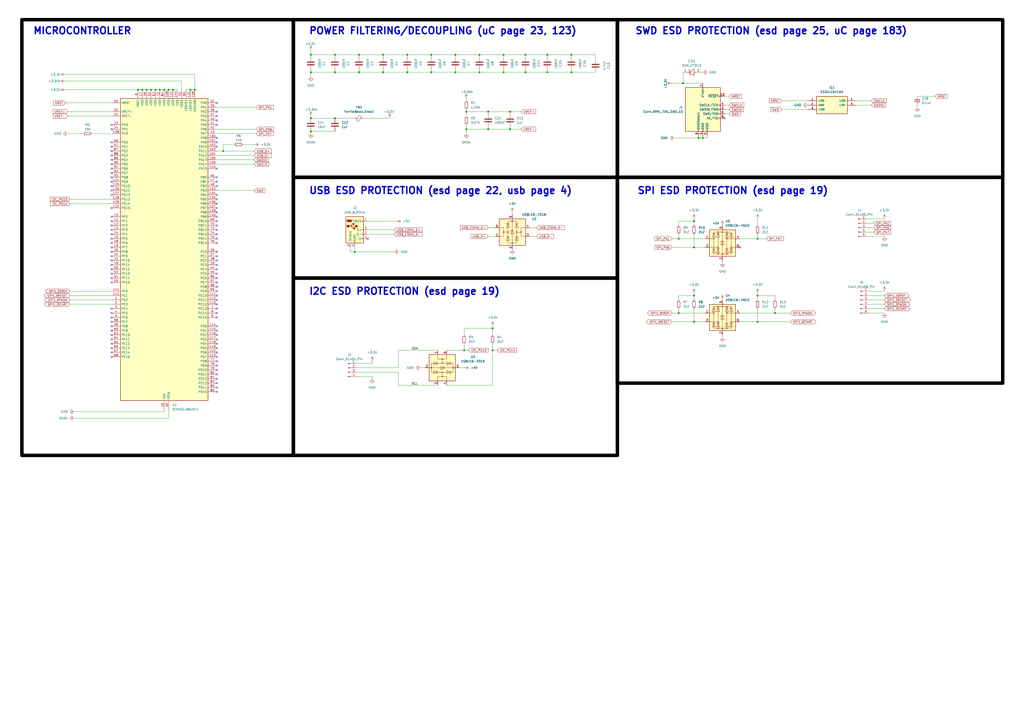
<source format=kicad_sch>
(kicad_sch (version 20230121) (generator eeschema)
  (paper "A2")
  (title_block (title "DREAM-C Prototype STM32"))
  (lib_symbols
    (symbol "2024-10-27_03-06-41:SMLVT3V3" (pin_names (offset 0.254))
      (property "Reference" "CR" (at 7.62 -5.08 0))
      (property "Value" "SMLVT3V3" (at -3.81 2.54 0))
      (symbol "SMLVT3V3_0_1"
        (pin unspecified line (at 0 0 0) (length 2.54) (name "") (number "1"))
        (pin unspecified line (at 10.16 0 180) (length 2.54) (name "") (number "2"))
      )
    )
    (symbol "Connector:Conn_01x04_Pin" (pin_names (offset 1.016) hide)
      (property "Reference" "J" (at 0 5.08 0))
      (property "Value" "Conn_01x04_Pin" (at 0 -7.62 0))
      (symbol "Conn_01x04_Pin_1_1"
        (pin passive line (at 5.08 2.54 180) (length 3.81) (name "Pin_1") (number "1"))
        (pin passive line (at 5.08 0 180) (length 3.81) (name "Pin_2") (number "2"))
        (pin passive line (at 5.08 -2.54 180) (length 3.81) (name "Pin_3") (number "3"))
        (pin passive line (at 5.08 -5.08 180) (length 3.81) (name "Pin_4") (number "4"))
      )
    )
    (symbol "Connector:Conn_01x05_Pin" (pin_names (offset 1.016) hide)
      (property "Reference" "J" (at 0 7.62 0))
      (property "Value" "Conn_01x05_Pin" (at 0 -7.62 0))
      (symbol "Conn_01x05_Pin_1_1"
        (pin passive line (at 5.08 5.08 180) (length 3.81) (name "Pin_1") (number "1"))
        (pin passive line (at 5.08 2.54 180) (length 3.81) (name "Pin_2") (number "2"))
        (pin passive line (at 5.08 0 180) (length 3.81) (name "Pin_3") (number "3"))
        (pin passive line (at 5.08 -2.54 180) (length 3.81) (name "Pin_4") (number "4"))
        (pin passive line (at 5.08 -5.08 180) (length 3.81) (name "Pin_5") (number "5"))
      )
    )
    (symbol "Connector:Conn_01x06_Pin" (pin_names (offset 1.016) hide)
      (property "Reference" "J" (at 0 7.62 0))
      (property "Value" "Conn_01x06_Pin" (at 0 -10.16 0))
      (symbol "Conn_01x06_Pin_1_1"
        (pin passive line (at 5.08 5.08 180) (length 3.81) (name "Pin_1") (number "1"))
        (pin passive line (at 5.08 2.54 180) (length 3.81) (name "Pin_2") (number "2"))
        (pin passive line (at 5.08 0 180) (length 3.81) (name "Pin_3") (number "3"))
        (pin passive line (at 5.08 -2.54 180) (length 3.81) (name "Pin_4") (number "4"))
        (pin passive line (at 5.08 -5.08 180) (length 3.81) (name "Pin_5") (number "5"))
        (pin passive line (at 5.08 -7.62 180) (length 3.81) (name "Pin_6") (number "6"))
      )
    )
    (symbol "Connector:Conn_ARM_JTAG_SWD_10" (pin_names (offset 1.016))
      (property "Reference" "J1" (at -11.43 1.27 0))
      (property "Value" "Conn_ARM_JTAG_SWD_10" (at -11.43 -1.27 0))
      (symbol "Conn_ARM_JTAG_SWD_10_1_1"
        (pin power_in line (at 0 15.24 270) (length 2.54) (name "VTref") (number "1"))
        (pin open_collector line (at 12.7 7.62 180) (length 2.54) (name "~{RESET}") (number "10"))
        (pin passive line (at 2.54 -15.24 90) (length 2.54) hide (name "GND") (number "12"))
        (pin bidirectional line (at 12.7 0 180) (length 2.54) (name "SWDIO/TMS") (number "2"))
        (pin power_in line (at 0 -15.24 90) (length 2.54) (name "GND") (number "3"))
        (pin output line (at 12.7 2.54 180) (length 2.54) (name "SWCLK/TCK") (number "4"))
        (pin passive line (at 0 -15.24 90) (length 2.54) hide (name "GND") (number "5"))
        (pin power_in line (at 2.54 -15.24 90) (length 2.54) (name "GND") (number "5"))
        (pin input line (at 12.7 -2.54 180) (length 2.54) (name "SWO/TDO") (number "6"))
        (pin no_connect line (at -10.16 0 0) (length 2.54) hide (name "KEY") (number "7"))
        (pin output line (at 12.7 -5.08 180) (length 2.54) (name "NC/TDI") (number "8"))
        (pin passive line (at -2.54 -15.24 90) (length 2.54) (name "GNDDetect") (number "9"))
      )
    )
    (symbol "Connector:USB_B_Micro" (pin_names (offset 1.016))
      (property "Reference" "J" (at -5.08 11.43 0))
      (property "Value" "USB_B_Micro" (at -5.08 8.89 0))
      (symbol "USB_B_Micro_1_1"
        (pin power_out line (at 7.62 5.08 180) (length 2.54) (name "VBUS") (number "1"))
        (pin bidirectional line (at 7.62 -2.54 180) (length 2.54) (name "D-") (number "2"))
        (pin bidirectional line (at 7.62 0 180) (length 2.54) (name "D+") (number "3"))
        (pin passive line (at 7.62 -5.08 180) (length 2.54) (name "ID") (number "4"))
        (pin power_out line (at 0 -10.16 90) (length 2.54) (name "GND") (number "5"))
        (pin passive line (at -2.54 -10.16 90) (length 2.54) (name "Shield") (number "6"))
      )
    )
    (symbol "Device:C" (pin_numbers hide) (pin_names (offset 0.254))
      (property "Reference" "C" (at 0.635 2.54 0))
      (property "Value" "C" (at 0.635 -2.54 0))
      (symbol "C_1_1"
        (pin passive line (at 0 3.81 270) (length 2.794) (name "~") (number "1"))
        (pin passive line (at 0 -3.81 90) (length 2.794) (name "~") (number "2"))
      )
    )
    (symbol "Device:C_Small" (pin_numbers hide) (pin_names (offset 0.254) hide)
      (property "Reference" "C" (at 0.254 1.778 0))
      (property "Value" "C_Small" (at 0.254 -2.032 0))
      (symbol "C_Small_1_1"
        (pin passive line (at 0 2.54 270) (length 2.032) (name "~") (number "1"))
        (pin passive line (at 0 -2.54 90) (length 2.032) (name "~") (number "2"))
      )
    )
    (symbol "Device:FerriteBead_Small" (pin_numbers hide) (pin_names (offset 0))
      (property "Reference" "FB" (at 1.905 1.27 0))
      (property "Value" "FerriteBead_Small" (at 1.905 -1.27 0))
      (symbol "FerriteBead_Small_1_1"
        (pin passive line (at 0 2.54 270) (length 1.27) (name "~") (number "1"))
        (pin passive line (at 0 -2.54 90) (length 1.27) (name "~") (number "2"))
      )
    )
    (symbol "Device:R_Small" (pin_numbers hide) (pin_names (offset 0.254) hide)
      (property "Reference" "R" (at 0.762 0.508 0))
      (property "Value" "R_Small" (at 0.762 -1.016 0))
      (symbol "R_Small_1_1"
        (pin passive line (at 0 2.54 270) (length 0.762) (name "~") (number "1"))
        (pin passive line (at 0 -2.54 90) (length 0.762) (name "~") (number "2"))
      )
    )
    (symbol "ESDALC6V1W5:ESDALC6V1W5" (pin_names (offset 1.016))
      (property "Reference" "IC" (at 24.13 7.62 0))
      (property "Value" "ESDALC6V1W5" (at 24.13 5.08 0))
      (symbol "ESDALC6V1W5_0_0"
        (pin bidirectional line (at 0 0 0) (length 5.08) (name "I/01") (number "1"))
        (pin bidirectional line (at 0 -2.54 0) (length 5.08) (name "GND") (number "2"))
        (pin bidirectional line (at 0 -5.08 0) (length 5.08) (name "I/02") (number "3"))
        (pin bidirectional line (at 27.94 0 180) (length 5.08) (name "I/03") (number "4"))
        (pin bidirectional line (at 27.94 -2.54 180) (length 5.08) (name "I/04") (number "5"))
      )
    )
    (symbol "MCU_ST_STM32L4:STM32L496ZGTx"
      (property "Reference" "U" (at -25.4 90.17 0))
      (property "Value" "STM32L496ZGTx" (at 20.32 90.17 0))
      (symbol "STM32L496ZGTx_1_1"
        (pin bidirectional line (at -30.48 -27.94 0) (length 5.08) (name "PE2") (number "1"))
        (pin bidirectional line (at -30.48 20.32 0) (length 5.08) (name "PF0") (number "10"))
        (pin bidirectional line (at 30.48 66.04 180) (length 5.08) (name "PA8") (number "100"))
        (pin bidirectional line (at 30.48 63.5 180) (length 5.08) (name "PA9") (number "101"))
        (pin bidirectional line (at 30.48 60.96 180) (length 5.08) (name "PA10") (number "102"))
        (pin bidirectional line (at 30.48 58.42 180) (length 5.08) (name "PA11") (number "103"))
        (pin bidirectional line (at 30.48 55.88 180) (length 5.08) (name "PA12") (number "104"))
        (pin bidirectional line (at 30.48 53.34 180) (length 5.08) (name "PA13") (number "105"))
        (pin power_in line (at 17.78 93.98 270) (length 5.08) (name "VDDUSB") (number "106"))
        (pin passive line (at 0 -91.44 90) (length 5.08) hide (name "VSS") (number "107"))
        (pin power_in line (at 2.54 93.98 270) (length 5.08) (name "VDD") (number "108"))
        (pin bidirectional line (at 30.48 50.8 180) (length 5.08) (name "PA14") (number "109"))
        (pin bidirectional line (at -30.48 17.78 0) (length 5.08) (name "PF1") (number "11"))
        (pin bidirectional line (at 30.48 48.26 180) (length 5.08) (name "PA15") (number "110"))
        (pin bidirectional line (at 30.48 -25.4 180) (length 5.08) (name "PC10") (number "111"))
        (pin bidirectional line (at 30.48 -27.94 180) (length 5.08) (name "PC11") (number "112"))
        (pin bidirectional line (at 30.48 -30.48 180) (length 5.08) (name "PC12") (number "113"))
        (pin bidirectional line (at 30.48 -43.18 180) (length 5.08) (name "PD0") (number "114"))
        (pin bidirectional line (at 30.48 -45.72 180) (length 5.08) (name "PD1") (number "115"))
        (pin bidirectional line (at 30.48 -48.26 180) (length 5.08) (name "PD2") (number "116"))
        (pin bidirectional line (at 30.48 -50.8 180) (length 5.08) (name "PD3") (number "117"))
        (pin bidirectional line (at 30.48 -53.34 180) (length 5.08) (name "PD4") (number "118"))
        (pin bidirectional line (at 30.48 -55.88 180) (length 5.08) (name "PD5") (number "119"))
        (pin bidirectional line (at -30.48 15.24 0) (length 5.08) (name "PF2") (number "12"))
        (pin passive line (at 0 -91.44 90) (length 5.08) hide (name "VSS") (number "120"))
        (pin power_in line (at 5.08 93.98 270) (length 5.08) (name "VDD") (number "121"))
        (pin bidirectional line (at 30.48 -58.42 180) (length 5.08) (name "PD6") (number "122"))
        (pin bidirectional line (at 30.48 -60.96 180) (length 5.08) (name "PD7") (number "123"))
        (pin bidirectional line (at -30.48 40.64 0) (length 5.08) (name "PG9") (number "124"))
        (pin bidirectional line (at -30.48 38.1 0) (length 5.08) (name "PG10") (number "125"))
        (pin bidirectional line (at -30.48 35.56 0) (length 5.08) (name "PG11") (number "126"))
        (pin bidirectional line (at -30.48 33.02 0) (length 5.08) (name "PG12") (number "127"))
        (pin bidirectional line (at -30.48 30.48 0) (length 5.08) (name "PG13") (number "128"))
        (pin bidirectional line (at -30.48 27.94 0) (length 5.08) (name "PG14") (number "129"))
        (pin bidirectional line (at -30.48 12.7 0) (length 5.08) (name "PF3") (number "13"))
        (pin passive line (at 0 -91.44 90) (length 5.08) hide (name "VSS") (number "130"))
        (pin power_in line (at 15.24 93.98 270) (length 5.08) (name "VDDIO2") (number "131"))
        (pin bidirectional line (at -30.48 25.4 0) (length 5.08) (name "PG15") (number "132"))
        (pin bidirectional line (at 30.48 35.56 180) (length 5.08) (name "PB3") (number "133"))
        (pin bidirectional line (at 30.48 33.02 180) (length 5.08) (name "PB4") (number "134"))
        (pin bidirectional line (at 30.48 30.48 180) (length 5.08) (name "PB5") (number "135"))
        (pin bidirectional line (at 30.48 27.94 180) (length 5.08) (name "PB6") (number "136"))
        (pin bidirectional line (at 30.48 25.4 180) (length 5.08) (name "PB7") (number "137"))
        (pin bidirectional line (at -30.48 68.58 0) (length 5.08) (name "PH3") (number "138"))
        (pin bidirectional line (at 30.48 22.86 180) (length 5.08) (name "PB8") (number "139"))
        (pin bidirectional line (at -30.48 10.16 0) (length 5.08) (name "PF4") (number "14"))
        (pin bidirectional line (at 30.48 20.32 180) (length 5.08) (name "PB9") (number "140"))
        (pin bidirectional line (at -30.48 -22.86 0) (length 5.08) (name "PE0") (number "141"))
        (pin bidirectional line (at -30.48 -25.4 0) (length 5.08) (name "PE1") (number "142"))
        (pin passive line (at 0 -91.44 90) (length 5.08) hide (name "VSS") (number "143"))
        (pin power_in line (at 7.62 93.98 270) (length 5.08) (name "VDD") (number "144"))
        (pin bidirectional line (at -30.48 7.62 0) (length 5.08) (name "PF5") (number "15"))
        (pin power_in line (at 0 -91.44 90) (length 5.08) (name "VSS") (number "16"))
        (pin power_in line (at -12.7 93.98 270) (length 5.08) (name "VDD") (number "17"))
        (pin bidirectional line (at -30.48 5.08 0) (length 5.08) (name "PF6") (number "18"))
        (pin bidirectional line (at -30.48 2.54 0) (length 5.08) (name "PF7") (number "19"))
        (pin bidirectional line (at -30.48 -30.48 0) (length 5.08) (name "PE3") (number "2"))
        (pin bidirectional line (at -30.48 0 0) (length 5.08) (name "PF8") (number "20"))
        (pin bidirectional line (at -30.48 -2.54 0) (length 5.08) (name "PF9") (number "21"))
        (pin bidirectional line (at -30.48 -5.08 0) (length 5.08) (name "PF10") (number "22"))
        (pin bidirectional line (at -30.48 73.66 0) (length 5.08) (name "PH0") (number "23"))
        (pin bidirectional line (at -30.48 71.12 0) (length 5.08) (name "PH1") (number "24"))
        (pin input line (at -30.48 86.36 0) (length 5.08) (name "NRST") (number "25"))
        (pin bidirectional line (at 30.48 0 180) (length 5.08) (name "PC0") (number "26"))
        (pin bidirectional line (at 30.48 -2.54 180) (length 5.08) (name "PC1") (number "27"))
        (pin bidirectional line (at 30.48 -5.08 180) (length 5.08) (name "PC2") (number "28"))
        (pin bidirectional line (at 30.48 -7.62 180) (length 5.08) (name "PC3") (number "29"))
        (pin bidirectional line (at -30.48 -33.02 0) (length 5.08) (name "PE4") (number "3"))
        (pin power_in line (at 2.54 -91.44 90) (length 5.08) (name "VSSA") (number "30"))
        (pin input line (at -30.48 78.74 0) (length 5.08) (name "VREF-") (number "31"))
        (pin input line (at -30.48 81.28 0) (length 5.08) (name "VREF+") (number "32"))
        (pin power_in line (at 10.16 93.98 270) (length 5.08) (name "VDDA") (number "33"))
        (pin bidirectional line (at 30.48 86.36 180) (length 5.08) (name "PA0") (number "34"))
        (pin bidirectional line (at 30.48 83.82 180) (length 5.08) (name "PA1") (number "35"))
        (pin bidirectional line (at 30.48 81.28 180) (length 5.08) (name "PA2") (number "36"))
        (pin bidirectional line (at 30.48 78.74 180) (length 5.08) (name "PA3") (number "37"))
        (pin passive line (at 0 -91.44 90) (length 5.08) hide (name "VSS") (number "38"))
        (pin power_in line (at -10.16 93.98 270) (length 5.08) (name "VDD") (number "39"))
        (pin bidirectional line (at -30.48 -35.56 0) (length 5.08) (name "PE5") (number "4"))
        (pin bidirectional line (at 30.48 76.2 180) (length 5.08) (name "PA4") (number "40"))
        (pin bidirectional line (at 30.48 73.66 180) (length 5.08) (name "PA5") (number "41"))
        (pin bidirectional line (at 30.48 71.12 180) (length 5.08) (name "PA6") (number "42"))
        (pin bidirectional line (at 30.48 68.58 180) (length 5.08) (name "PA7") (number "43"))
        (pin bidirectional line (at 30.48 -10.16 180) (length 5.08) (name "PC4") (number "44"))
        (pin bidirectional line (at 30.48 -12.7 180) (length 5.08) (name "PC5") (number "45"))
        (pin bidirectional line (at 30.48 43.18 180) (length 5.08) (name "PB0") (number "46"))
        (pin bidirectional line (at 30.48 40.64 180) (length 5.08) (name "PB1") (number "47"))
        (pin bidirectional line (at 30.48 38.1 180) (length 5.08) (name "PB2") (number "48"))
        (pin bidirectional line (at -30.48 -7.62 0) (length 5.08) (name "PF11") (number "49"))
        (pin bidirectional line (at -30.48 -38.1 0) (length 5.08) (name "PE6") (number "5"))
        (pin bidirectional line (at -30.48 -10.16 0) (length 5.08) (name "PF12") (number "50"))
        (pin passive line (at 0 -91.44 90) (length 5.08) hide (name "VSS") (number "51"))
        (pin power_in line (at -7.62 93.98 270) (length 5.08) (name "VDD") (number "52"))
        (pin bidirectional line (at -30.48 -12.7 0) (length 5.08) (name "PF13") (number "53"))
        (pin bidirectional line (at -30.48 -15.24 0) (length 5.08) (name "PF14") (number "54"))
        (pin bidirectional line (at -30.48 -17.78 0) (length 5.08) (name "PF15") (number "55"))
        (pin bidirectional line (at -30.48 63.5 0) (length 5.08) (name "PG0") (number "56"))
        (pin bidirectional line (at -30.48 60.96 0) (length 5.08) (name "PG1") (number "57"))
        (pin bidirectional line (at -30.48 -40.64 0) (length 5.08) (name "PE7") (number "58"))
        (pin bidirectional line (at -30.48 -43.18 0) (length 5.08) (name "PE8") (number "59"))
        (pin power_in line (at -15.24 93.98 270) (length 5.08) (name "VBAT") (number "6"))
        (pin bidirectional line (at -30.48 -45.72 0) (length 5.08) (name "PE9") (number "60"))
        (pin passive line (at 0 -91.44 90) (length 5.08) hide (name "VSS") (number "61"))
        (pin power_in line (at -5.08 93.98 270) (length 5.08) (name "VDD") (number "62"))
        (pin bidirectional line (at -30.48 -48.26 0) (length 5.08) (name "PE10") (number "63"))
        (pin bidirectional line (at -30.48 -50.8 0) (length 5.08) (name "PE11") (number "64"))
        (pin bidirectional line (at -30.48 -53.34 0) (length 5.08) (name "PE12") (number "65"))
        (pin bidirectional line (at -30.48 -55.88 0) (length 5.08) (name "PE13") (number "66"))
        (pin bidirectional line (at -30.48 -58.42 0) (length 5.08) (name "PE14") (number "67"))
        (pin bidirectional line (at -30.48 -60.96 0) (length 5.08) (name "PE15") (number "68"))
        (pin bidirectional line (at 30.48 17.78 180) (length 5.08) (name "PB10") (number "69"))
        (pin bidirectional line (at 30.48 -33.02 180) (length 5.08) (name "PC13") (number "7"))
        (pin bidirectional line (at 30.48 15.24 180) (length 5.08) (name "PB11") (number "70"))
        (pin passive line (at 0 -91.44 90) (length 5.08) hide (name "VSS") (number "71"))
        (pin power_in line (at -2.54 93.98 270) (length 5.08) (name "VDD") (number "72"))
        (pin bidirectional line (at 30.48 12.7 180) (length 5.08) (name "PB12") (number "73"))
        (pin bidirectional line (at 30.48 10.16 180) (length 5.08) (name "PB13") (number "74"))
        (pin bidirectional line (at 30.48 7.62 180) (length 5.08) (name "PB14") (number "75"))
        (pin bidirectional line (at 30.48 5.08 180) (length 5.08) (name "PB15") (number "76"))
        (pin bidirectional line (at 30.48 -63.5 180) (length 5.08) (name "PD8") (number "77"))
        (pin bidirectional line (at 30.48 -66.04 180) (length 5.08) (name "PD9") (number "78"))
        (pin bidirectional line (at 30.48 -68.58 180) (length 5.08) (name "PD10") (number "79"))
        (pin bidirectional line (at 30.48 -35.56 180) (length 5.08) (name "PC14") (number "8"))
        (pin bidirectional line (at 30.48 -71.12 180) (length 5.08) (name "PD11") (number "80"))
        (pin bidirectional line (at 30.48 -73.66 180) (length 5.08) (name "PD12") (number "81"))
        (pin bidirectional line (at 30.48 -76.2 180) (length 5.08) (name "PD13") (number "82"))
        (pin passive line (at 0 -91.44 90) (length 5.08) hide (name "VSS") (number "83"))
        (pin power_in line (at 0 93.98 270) (length 5.08) (name "VDD") (number "84"))
        (pin bidirectional line (at 30.48 -78.74 180) (length 5.08) (name "PD14") (number "85"))
        (pin bidirectional line (at 30.48 -81.28 180) (length 5.08) (name "PD15") (number "86"))
        (pin bidirectional line (at -30.48 58.42 0) (length 5.08) (name "PG2") (number "87"))
        (pin bidirectional line (at -30.48 55.88 0) (length 5.08) (name "PG3") (number "88"))
        (pin bidirectional line (at -30.48 53.34 0) (length 5.08) (name "PG4") (number "89"))
        (pin bidirectional line (at 30.48 -38.1 180) (length 5.08) (name "PC15") (number "9"))
        (pin bidirectional line (at -30.48 50.8 0) (length 5.08) (name "PG5") (number "90"))
        (pin bidirectional line (at -30.48 48.26 0) (length 5.08) (name "PG6") (number "91"))
        (pin bidirectional line (at -30.48 45.72 0) (length 5.08) (name "PG7") (number "92"))
        (pin bidirectional line (at -30.48 43.18 0) (length 5.08) (name "PG8") (number "93"))
        (pin passive line (at 0 -91.44 90) (length 5.08) hide (name "VSS") (number "94"))
        (pin power_in line (at 12.7 93.98 270) (length 5.08) (name "VDDIO2") (number "95"))
        (pin bidirectional line (at 30.48 -15.24 180) (length 5.08) (name "PC6") (number "96"))
        (pin bidirectional line (at 30.48 -17.78 180) (length 5.08) (name "PC7") (number "97"))
        (pin bidirectional line (at 30.48 -20.32 180) (length 5.08) (name "PC8") (number "98"))
        (pin bidirectional line (at 30.48 -22.86 180) (length 5.08) (name "PC9") (number "99"))
      )
    )
    (symbol "Power_Protection:USBLC6-2SC6" (pin_names hide)
      (property "Reference" "U" (at 2.54 8.89 0))
      (property "Value" "USBLC6-2SC6" (at 2.54 -8.89 0))
      (symbol "USBLC6-2SC6_1_1"
        (pin passive line (at -10.16 -2.54 0) (length 2.54) (name "I/O1") (number "1"))
        (pin passive line (at 0 -10.16 90) (length 2.54) (name "GND") (number "2"))
        (pin passive line (at 10.16 -2.54 180) (length 2.54) (name "I/O2") (number "3"))
        (pin passive line (at 10.16 2.54 180) (length 2.54) (name "I/O2") (number "4"))
        (pin passive line (at 0 10.16 270) (length 2.54) (name "VBUS") (number "5"))
        (pin passive line (at -10.16 2.54 0) (length 2.54) (name "I/O1") (number "6"))
      )
    )
    (symbol "Power_Protection:USBLC6-4SC6" (pin_names hide)
      (property "Reference" "U" (at 2.54 8.89 0))
      (property "Value" "USBLC6-4SC6" (at 2.54 -8.89 0))
      (symbol "USBLC6-4SC6_1_1"
        (pin passive line (at -10.16 2.54 0) (length 2.54) (name "I/O1") (number "1"))
        (pin passive line (at 0 -10.16 90) (length 2.54) (name "GND") (number "2"))
        (pin passive line (at -10.16 -2.54 0) (length 2.54) (name "I/O2") (number "3"))
        (pin passive line (at 10.16 2.54 180) (length 2.54) (name "I/O3") (number "4"))
        (pin passive line (at 0 10.16 270) (length 2.54) (name "VBUS") (number "5"))
        (pin passive line (at 10.16 -2.54 180) (length 2.54) (name "I/O4") (number "6"))
      )
    )
    (symbol "power:+3.3V" (power) (pin_names (offset 0))
      (property "Value" "+3.3V" (at 0 3.556 0))
      (symbol "+3.3V_1_1"
        (pin power_in line (at 0 0 90) (length 0) hide (name "+3.3V") (number "1"))
      )
    )
    (symbol "power:+3.3VA" (power) (pin_names (offset 0))
      (property "Value" "+3.3VA" (at 0 3.556 0))
      (symbol "+3.3VA_1_1"
        (pin power_in line (at 0 0 90) (length 0) hide (name "+3.3VA") (number "1"))
      )
    )
    (symbol "power:+5V" (power) (pin_names (offset 0))
      (property "Value" "+5V" (at 0 3.556 0))
      (symbol "+5V_1_1"
        (pin power_in line (at 0 0 90) (length 0) hide (name "+5V") (number "1"))
      )
    )
    (symbol "power:GND" (power) (pin_names (offset 0))
      (property "Value" "GND" (at 0 -3.81 0))
      (symbol "GND_1_1"
        (pin power_in line (at 0 0 270) (length 0) hide (name "GND") (number "1"))
      )
    )
    (symbol "power:GNDA" (power) (pin_names (offset 0))
      (property "Value" "GNDA" (at 0 -3.81 0))
      (symbol "GNDA_1_1"
        (pin power_in line (at 0 0 270) (length 0) hide (name "GNDA") (number "1"))
      )
    )
  )
  (junction (at 396.24 48.26))
  (junction (at 180.34 41.91))
  (junction (at 222.25 41.91))
  (junction (at 331.47 41.91))
  (junction (at 402.59 186.69))
  (junction (at 439.42 138.43))
  (junction (at 250.19 31.75))
  (junction (at 264.16 31.75))
  (junction (at 317.5 41.91))
  (junction (at 292.1 31.75))
  (junction (at 407.67 80.01))
  (junction (at 205.74 146.05))
  (junction (at 292.1 41.91))
  (junction (at 283.21 74.93))
  (junction (at 402.59 143.51))
  (junction (at 278.13 31.75))
  (junction (at 295.91 74.93))
  (junction (at 194.31 41.91))
  (junction (at 278.13 41.91))
  (junction (at 439.42 171.45))
  (junction (at 85.09 52.07))
  (junction (at 180.34 68.58))
  (junction (at 180.34 31.75))
  (junction (at 250.19 41.91))
  (junction (at 113.03 52.07))
  (junction (at 402.59 171.45))
  (junction (at 92.71 52.07))
  (junction (at 208.28 41.91))
  (junction (at 194.31 68.58))
  (junction (at 208.28 31.75))
  (junction (at 393.7 181.61))
  (junction (at 449.58 181.61))
  (junction (at 180.34 76.2))
  (junction (at 285.75 190.5))
  (junction (at 80.01 52.07))
  (junction (at 304.8 41.91))
  (junction (at 285.75 203.2))
  (junction (at 402.59 128.27))
  (junction (at 97.79 52.07))
  (junction (at 393.7 138.43))
  (junction (at 100.33 52.07))
  (junction (at 264.16 41.91))
  (junction (at 331.47 31.75))
  (junction (at 236.22 31.75))
  (junction (at 82.55 52.07))
  (junction (at 95.25 52.07))
  (junction (at 87.63 52.07))
  (junction (at 269.24 203.2))
  (junction (at 283.21 64.77))
  (junction (at 304.8 31.75))
  (junction (at 90.17 52.07))
  (junction (at 236.22 41.91))
  (junction (at 270.51 74.93))
  (junction (at 110.49 52.07))
  (junction (at 194.31 31.75))
  (junction (at 129.54 87.63))
  (junction (at 439.42 186.69))
  (junction (at 317.5 31.75))
  (junction (at 295.91 64.77))
  (junction (at 222.25 31.75))
  (junction (at 405.13 80.01))
  (junction (at 270.51 64.77))
  (no_connect (at 125.73 201.93))
  (no_connect (at 213.36 138.43))
  (no_connect (at 64.77 120.65))
  (no_connect (at 64.77 158.75))
  (no_connect (at 125.73 173.99))
  (no_connect (at 125.73 189.23))
  (no_connect (at 64.77 82.55))
  (no_connect (at 125.73 196.85))
  (no_connect (at 64.77 146.05))
  (no_connect (at 64.77 161.29))
  (no_connect (at 125.73 191.77))
  (no_connect (at 64.77 74.93))
  (no_connect (at 125.73 59.69))
  (no_connect (at 125.73 176.53))
  (no_connect (at 125.73 209.55))
  (no_connect (at 125.73 97.79))
  (no_connect (at 64.77 95.25))
  (no_connect (at 64.77 143.51))
  (no_connect (at 125.73 85.09))
  (no_connect (at 64.77 194.31))
  (no_connect (at 64.77 191.77))
  (no_connect (at 125.73 219.71))
  (no_connect (at 125.73 80.01))
  (no_connect (at 125.73 128.27))
  (no_connect (at 64.77 72.39))
  (no_connect (at 125.73 64.77))
  (no_connect (at 125.73 171.45))
  (no_connect (at 125.73 214.63))
  (no_connect (at 64.77 179.07))
  (no_connect (at 125.73 151.13))
  (no_connect (at 125.73 72.39))
  (no_connect (at 64.77 189.23))
  (no_connect (at 64.77 199.39))
  (no_connect (at 64.77 196.85))
  (no_connect (at 125.73 102.87))
  (no_connect (at 125.73 146.05))
  (no_connect (at 125.73 181.61))
  (no_connect (at 64.77 105.41))
  (no_connect (at 64.77 151.13))
  (no_connect (at 125.73 212.09))
  (no_connect (at 125.73 82.55))
  (no_connect (at 125.73 135.89))
  (no_connect (at 64.77 133.35))
  (no_connect (at 64.77 163.83))
  (no_connect (at 125.73 125.73))
  (no_connect (at 420.37 68.58))
  (no_connect (at 125.73 161.29))
  (no_connect (at 125.73 217.17))
  (no_connect (at 125.73 107.95))
  (no_connect (at 125.73 140.97))
  (no_connect (at 125.73 123.19))
  (no_connect (at 125.73 156.21))
  (no_connect (at 64.77 125.73))
  (no_connect (at 64.77 201.93))
  (no_connect (at 64.77 135.89))
  (no_connect (at 125.73 184.15))
  (no_connect (at 64.77 128.27))
  (no_connect (at 64.77 186.69))
  (no_connect (at 64.77 113.03))
  (no_connect (at 125.73 115.57))
  (no_connect (at 64.77 204.47))
  (no_connect (at 125.73 194.31))
  (no_connect (at 64.77 156.21))
  (no_connect (at 125.73 168.91))
  (no_connect (at 125.73 113.03))
  (no_connect (at 125.73 67.31))
  (no_connect (at 125.73 120.65))
  (no_connect (at 125.73 153.67))
  (no_connect (at 125.73 163.83))
  (no_connect (at 125.73 133.35))
  (no_connect (at 125.73 158.75))
  (no_connect (at 125.73 130.81))
  (no_connect (at 125.73 227.33))
  (no_connect (at 125.73 224.79))
  (no_connect (at 125.73 204.47))
  (no_connect (at 64.77 87.63))
  (no_connect (at 64.77 90.17))
  (no_connect (at 64.77 102.87))
  (no_connect (at 64.77 110.49))
  (no_connect (at 125.73 207.01))
  (no_connect (at 125.73 199.39))
  (no_connect (at 125.73 166.37))
  (no_connect (at 64.77 148.59))
  (no_connect (at 64.77 100.33))
  (no_connect (at 64.77 130.81))
  (no_connect (at 125.73 148.59))
  (no_connect (at 64.77 85.09))
  (no_connect (at 125.73 138.43))
  (no_connect (at 64.77 140.97))
  (no_connect (at 64.77 181.61))
  (no_connect (at 125.73 222.25))
  (no_connect (at 125.73 69.85))
  (no_connect (at 64.77 138.43))
  (no_connect (at 429.26 143.51))
  (no_connect (at 64.77 92.71))
  (no_connect (at 64.77 107.95))
  (no_connect (at 64.77 153.67))
  (no_connect (at 64.77 207.01))
  (no_connect (at 125.73 105.41))
  (no_connect (at 125.73 179.07))
  (no_connect (at 64.77 184.15))
  (no_connect (at 125.73 118.11))
  (no_connect (at 64.77 97.79))
  (wire (pts (xy 97.79 52.07) (xy 100.33 52.07)))
  (wire (pts (xy 304.8 33.02) (xy 304.8 31.75)))
  (wire (pts (xy 40.64 173.99) (xy 64.77 173.99)))
  (wire (pts (xy 292.1 41.91) (xy 304.8 41.91)))
  (wire (pts (xy 148.59 74.93) (xy 125.73 74.93)))
  (wire (pts (xy 215.9 210.82) (xy 207.01 210.82)))
  (wire (pts (xy 270.51 74.93) (xy 270.51 77.47)))
  (wire (pts (xy 269.24 213.36) (xy 266.7 213.36)))
  (wire (pts (xy 405.13 78.74) (xy 405.13 80.01)))
  (wire (pts (xy 285.75 190.5) (xy 285.75 194.31)))
  (wire (pts (xy 513.08 127) (xy 502.92 127)))
  (wire (pts (xy 39.37 67.31) (xy 64.77 67.31)))
  (wire (pts (xy 506.73 129.54) (xy 502.92 129.54)))
  (wire (pts (xy 396.24 41.91) (xy 396.24 48.26)))
  (wire (pts (xy 389.89 186.69) (xy 402.59 186.69)))
  (wire (pts (xy 295.91 64.77) (xy 283.21 64.77)))
  (wire (pts (xy 264.16 41.91) (xy 278.13 41.91)))
  (wire (pts (xy 513.08 137.16) (xy 502.92 137.16)))
  (wire (pts (xy 295.91 66.04) (xy 295.91 64.77)))
  (wire (pts (xy 402.59 170.18) (xy 402.59 171.45)))
  (wire (pts (xy 231.14 223.52) (xy 254 223.52)))
  (wire (pts (xy 331.47 41.91) (xy 345.44 41.91)))
  (wire (pts (xy 402.59 171.45) (xy 402.59 173.99)))
  (wire (pts (xy 222.25 33.02) (xy 222.25 31.75)))
  (wire (pts (xy 269.24 190.5) (xy 285.75 190.5)))
  (wire (pts (xy 295.91 74.93) (xy 283.21 74.93)))
  (wire (pts (xy 331.47 33.02) (xy 331.47 31.75)))
  (wire (pts (xy 97.79 242.57) (xy 97.79 237.49)))
  (wire (pts (xy 393.7 138.43) (xy 408.94 138.43)))
  (wire (pts (xy 439.42 170.18) (xy 439.42 171.45)))
  (wire (pts (xy 410.21 78.74) (xy 410.21 80.01)))
  (wire (pts (xy 389.89 138.43) (xy 393.7 138.43)))
  (wire (pts (xy 407.67 80.01) (xy 407.67 78.74)))
  (wire (pts (xy 215.9 209.55) (xy 215.9 210.82)))
  (wire (pts (xy 43.18 242.57) (xy 97.79 242.57)))
  (wire (pts (xy 532.13 62.23) (xy 532.13 60.96)))
  (wire (pts (xy 496.57 58.42) (xy 505.46 58.42)))
  (wire (pts (xy 278.13 33.02) (xy 278.13 31.75)))
  (wire (pts (xy 285.75 203.2) (xy 285.75 199.39)))
  (wire (pts (xy 449.58 173.99) (xy 449.58 171.45)))
  (wire (pts (xy 283.21 137.16) (xy 287.02 137.16)))
  (wire (pts (xy 439.42 171.45) (xy 439.42 173.99)))
  (wire (pts (xy 278.13 40.64) (xy 278.13 41.91)))
  (wire (pts (xy 402.59 135.89) (xy 402.59 143.51)))
  (wire (pts (xy 304.8 41.91) (xy 317.5 41.91)))
  (wire (pts (xy 393.7 130.81) (xy 393.7 128.27)))
  (wire (pts (xy 38.1 43.18) (xy 113.03 43.18)))
  (wire (pts (xy 513.08 168.91) (xy 504.19 168.91)))
  (wire (pts (xy 208.28 33.02) (xy 208.28 31.75)))
  (wire (pts (xy 311.15 137.16) (xy 307.34 137.16)))
  (wire (pts (xy 496.57 60.96) (xy 505.46 60.96)))
  (wire (pts (xy 422.91 55.88) (xy 420.37 55.88)))
  (wire (pts (xy 422.91 60.96) (xy 420.37 60.96)))
  (wire (pts (xy 396.24 48.26) (xy 407.67 48.26)))
  (wire (pts (xy 259.08 223.52) (xy 285.75 223.52)))
  (wire (pts (xy 39.37 64.77) (xy 64.77 64.77)))
  (wire (pts (xy 180.34 29.21) (xy 180.34 31.75)))
  (wire (pts (xy 458.47 186.69) (xy 439.42 186.69)))
  (wire (pts (xy 393.7 135.89) (xy 393.7 138.43)))
  (wire (pts (xy 205.74 146.05) (xy 205.74 143.51)))
  (wire (pts (xy 147.32 83.82) (xy 140.97 83.82)))
  (wire (pts (xy 180.34 41.91) (xy 194.31 41.91)))
  (wire (pts (xy 148.59 77.47) (xy 125.73 77.47)))
  (wire (pts (xy 429.26 181.61) (xy 449.58 181.61)))
  (wire (pts (xy 180.34 68.58) (xy 194.31 68.58)))
  (wire (pts (xy 419.1 152.4) (xy 419.1 151.13)))
  (wire (pts (xy 213.36 128.27) (xy 229.87 128.27)))
  (wire (pts (xy 180.34 40.64) (xy 180.34 41.91)))
  (wire (pts (xy 194.31 41.91) (xy 208.28 41.91)))
  (wire (pts (xy 231.14 213.36) (xy 231.14 203.2)))
  (wire (pts (xy 458.47 181.61) (xy 449.58 181.61)))
  (wire (pts (xy 278.13 31.75) (xy 292.1 31.75)))
  (wire (pts (xy 264.16 31.75) (xy 278.13 31.75)))
  (wire (pts (xy 129.54 87.63) (xy 125.73 87.63)))
  (wire (pts (xy 40.64 118.11) (xy 64.77 118.11)))
  (wire (pts (xy 203.2 143.51) (xy 203.2 146.05)))
  (wire (pts (xy 393.7 171.45) (xy 402.59 171.45)))
  (wire (pts (xy 311.15 132.08) (xy 307.34 132.08)))
  (wire (pts (xy 194.31 33.02) (xy 194.31 31.75)))
  (wire (pts (xy 40.64 176.53) (xy 64.77 176.53)))
  (wire (pts (xy 194.31 31.75) (xy 208.28 31.75)))
  (wire (pts (xy 402.59 128.27) (xy 402.59 130.81)))
  (wire (pts (xy 270.51 57.15) (xy 270.51 58.42)))
  (wire (pts (xy 513.08 173.99) (xy 504.19 173.99)))
  (wire (pts (xy 208.28 31.75) (xy 222.25 31.75)))
  (wire (pts (xy 194.31 68.58) (xy 205.74 68.58)))
  (wire (pts (xy 285.75 223.52) (xy 285.75 203.2)))
  (wire (pts (xy 292.1 40.64) (xy 292.1 41.91)))
  (wire (pts (xy 203.2 146.05) (xy 205.74 146.05)))
  (wire (pts (xy 180.34 67.31) (xy 180.34 68.58)))
  (wire (pts (xy 85.09 52.07) (xy 87.63 52.07)))
  (wire (pts (xy 243.84 213.36) (xy 246.38 213.36)))
  (wire (pts (xy 236.22 33.02) (xy 236.22 31.75)))
  (wire (pts (xy 95.25 52.07) (xy 97.79 52.07)))
  (wire (pts (xy 405.13 80.01) (xy 407.67 80.01)))
  (wire (pts (xy 393.7 181.61) (xy 408.94 181.61)))
  (wire (pts (xy 453.39 58.42) (xy 468.63 58.42)))
  (wire (pts (xy 317.5 40.64) (xy 317.5 41.91)))
  (wire (pts (xy 419.1 195.58) (xy 419.1 194.31)))
  (wire (pts (xy 222.25 31.75) (xy 236.22 31.75)))
  (wire (pts (xy 180.34 76.2) (xy 194.31 76.2)))
  (wire (pts (xy 100.33 52.07) (xy 102.87 52.07)))
  (wire (pts (xy 532.13 55.88) (xy 542.29 55.88)))
  (wire (pts (xy 283.21 74.93) (xy 270.51 74.93)))
  (wire (pts (xy 250.19 40.64) (xy 250.19 41.91)))
  (wire (pts (xy 304.8 40.64) (xy 304.8 41.91)))
  (wire (pts (xy 236.22 41.91) (xy 250.19 41.91)))
  (wire (pts (xy 439.42 186.69) (xy 429.26 186.69)))
  (wire (pts (xy 331.47 40.64) (xy 331.47 41.91)))
  (wire (pts (xy 264.16 33.02) (xy 264.16 31.75)))
  (wire (pts (xy 147.32 92.71) (xy 125.73 92.71)))
  (wire (pts (xy 389.89 48.26) (xy 396.24 48.26)))
  (wire (pts (xy 331.47 31.75) (xy 345.44 31.75)))
  (wire (pts (xy 236.22 31.75) (xy 250.19 31.75)))
  (wire (pts (xy 270.51 64.77) (xy 270.51 67.31)))
  (wire (pts (xy 393.7 179.07) (xy 393.7 181.61)))
  (wire (pts (xy 222.25 41.91) (xy 236.22 41.91)))
  (wire (pts (xy 250.19 41.91) (xy 264.16 41.91)))
  (wire (pts (xy 439.42 179.07) (xy 439.42 186.69)))
  (wire (pts (xy 391.16 80.01) (xy 405.13 80.01)))
  (wire (pts (xy 180.34 44.45) (xy 180.34 41.91)))
  (wire (pts (xy 38.1 46.99) (xy 105.41 46.99)))
  (wire (pts (xy 292.1 33.02) (xy 292.1 31.75)))
  (wire (pts (xy 513.08 176.53) (xy 504.19 176.53)))
  (wire (pts (xy 283.21 132.08) (xy 287.02 132.08)))
  (wire (pts (xy 278.13 41.91) (xy 292.1 41.91)))
  (wire (pts (xy 231.14 215.9) (xy 231.14 223.52)))
  (wire (pts (xy 210.82 68.58) (xy 226.06 68.58)))
  (wire (pts (xy 147.32 87.63) (xy 129.54 87.63)))
  (wire (pts (xy 285.75 189.23) (xy 285.75 190.5)))
  (wire (pts (xy 43.18 238.76) (xy 95.25 238.76)))
  (wire (pts (xy 295.91 74.93) (xy 302.26 74.93)))
  (wire (pts (xy 95.25 238.76) (xy 95.25 237.49)))
  (wire (pts (xy 38.1 59.69) (xy 64.77 59.69)))
  (wire (pts (xy 105.41 46.99) (xy 105.41 52.07)))
  (wire (pts (xy 389.89 181.61) (xy 393.7 181.61)))
  (wire (pts (xy 449.58 179.07) (xy 449.58 181.61)))
  (wire (pts (xy 40.64 171.45) (xy 64.77 171.45)))
  (wire (pts (xy 207.01 215.9) (xy 231.14 215.9)))
  (wire (pts (xy 40.64 168.91) (xy 64.77 168.91)))
  (wire (pts (xy 270.51 63.5) (xy 270.51 64.77)))
  (wire (pts (xy 439.42 138.43) (xy 429.26 138.43)))
  (wire (pts (xy 345.44 34.29) (xy 345.44 31.75)))
  (wire (pts (xy 250.19 31.75) (xy 264.16 31.75)))
  (wire (pts (xy 270.51 72.39) (xy 270.51 74.93)))
  (wire (pts (xy 39.37 77.47) (xy 48.26 77.47)))
  (wire (pts (xy 135.89 83.82) (xy 129.54 83.82)))
  (wire (pts (xy 506.73 132.08) (xy 502.92 132.08)))
  (wire (pts (xy 38.1 52.07) (xy 80.01 52.07)))
  (wire (pts (xy 180.34 31.75) (xy 194.31 31.75)))
  (wire (pts (xy 82.55 52.07) (xy 85.09 52.07)))
  (wire (pts (xy 513.08 171.45) (xy 504.19 171.45)))
  (wire (pts (xy 439.42 171.45) (xy 449.58 171.45)))
  (wire (pts (xy 283.21 73.66) (xy 283.21 74.93)))
  (wire (pts (xy 228.6 135.89) (xy 213.36 135.89)))
  (wire (pts (xy 208.28 40.64) (xy 208.28 41.91)))
  (wire (pts (xy 207.01 213.36) (xy 231.14 213.36)))
  (wire (pts (xy 422.91 66.04) (xy 420.37 66.04)))
  (wire (pts (xy 407.67 41.91) (xy 406.4 41.91)))
  (wire (pts (xy 402.59 143.51) (xy 408.94 143.51)))
  (wire (pts (xy 80.01 52.07) (xy 82.55 52.07)))
  (wire (pts (xy 393.7 173.99) (xy 393.7 171.45)))
  (wire (pts (xy 513.08 181.61) (xy 504.19 181.61)))
  (wire (pts (xy 513.08 179.07) (xy 504.19 179.07)))
  (wire (pts (xy 40.64 115.57) (xy 64.77 115.57)))
  (wire (pts (xy 107.95 52.07) (xy 110.49 52.07)))
  (wire (pts (xy 269.24 190.5) (xy 269.24 194.31)))
  (wire (pts (xy 295.91 73.66) (xy 295.91 74.93)))
  (wire (pts (xy 264.16 40.64) (xy 264.16 41.91)))
  (wire (pts (xy 506.73 134.62) (xy 502.92 134.62)))
  (wire (pts (xy 147.32 95.25) (xy 125.73 95.25)))
  (wire (pts (xy 402.59 127) (xy 402.59 128.27)))
  (wire (pts (xy 302.26 64.77) (xy 295.91 64.77)))
  (wire (pts (xy 129.54 83.82) (xy 129.54 87.63)))
  (wire (pts (xy 180.34 33.02) (xy 180.34 31.75)))
  (wire (pts (xy 207.01 218.44) (xy 215.9 218.44)))
  (wire (pts (xy 439.42 135.89) (xy 439.42 138.43)))
  (wire (pts (xy 304.8 31.75) (xy 317.5 31.75)))
  (wire (pts (xy 90.17 52.07) (xy 92.71 52.07)))
  (wire (pts (xy 180.34 77.47) (xy 180.34 76.2)))
  (wire (pts (xy 250.19 33.02) (xy 250.19 31.75)))
  (wire (pts (xy 422.91 63.5) (xy 420.37 63.5)))
  (wire (pts (xy 402.59 186.69) (xy 408.94 186.69)))
  (wire (pts (xy 113.03 43.18) (xy 113.03 52.07)))
  (wire (pts (xy 215.9 218.44) (xy 215.9 219.71)))
  (wire (pts (xy 283.21 64.77) (xy 270.51 64.77)))
  (wire (pts (xy 228.6 146.05) (xy 205.74 146.05)))
  (wire (pts (xy 231.14 203.2) (xy 254 203.2)))
  (wire (pts (xy 53.34 77.47) (xy 64.77 77.47)))
  (wire (pts (xy 228.6 133.35) (xy 213.36 133.35)))
  (wire (pts (xy 389.89 143.51) (xy 402.59 143.51)))
  (wire (pts (xy 283.21 66.04) (xy 283.21 64.77)))
  (wire (pts (xy 269.24 203.2) (xy 271.78 203.2)))
  (wire (pts (xy 147.32 110.49) (xy 125.73 110.49)))
  (wire (pts (xy 393.7 128.27) (xy 402.59 128.27)))
  (wire (pts (xy 453.39 63.5) (xy 468.63 63.5)))
  (wire (pts (xy 208.28 41.91) (xy 222.25 41.91)))
  (wire (pts (xy 92.71 52.07) (xy 95.25 52.07)))
  (wire (pts (xy 317.5 33.02) (xy 317.5 31.75)))
  (wire (pts (xy 317.5 41.91) (xy 331.47 41.91)))
  (wire (pts (xy 87.63 52.07) (xy 90.17 52.07)))
  (wire (pts (xy 410.21 80.01) (xy 407.67 80.01)))
  (wire (pts (xy 222.25 40.64) (xy 222.25 41.91)))
  (wire (pts (xy 297.18 123.19) (xy 297.18 124.46)))
  (wire (pts (xy 147.32 90.17) (xy 125.73 90.17)))
  (wire (pts (xy 317.5 31.75) (xy 331.47 31.75)))
  (wire (pts (xy 194.31 40.64) (xy 194.31 41.91)))
  (wire (pts (xy 148.59 62.23) (xy 125.73 62.23)))
  (wire (pts (xy 444.5 138.43) (xy 439.42 138.43)))
  (wire (pts (xy 236.22 40.64) (xy 236.22 41.91)))
  (wire (pts (xy 402.59 179.07) (xy 402.59 186.69)))
  (wire (pts (xy 439.42 127) (xy 439.42 130.81)))
  (wire (pts (xy 110.49 52.07) (xy 113.03 52.07)))
  (wire (pts (xy 269.24 203.2) (xy 269.24 199.39)))
  (wire (pts (xy 288.29 203.2) (xy 285.75 203.2)))
  (wire (pts (xy 292.1 31.75) (xy 304.8 31.75)))
  (wire (pts (xy 259.08 203.2) (xy 269.24 203.2)))
  (rectangle (start 170.18 11.43) (end 358.14 102.87) (stroke (width 2) (color 0 0 0 1)))
  (rectangle (start 170.18 102.87) (end 358.14 161.29) (stroke (width 2) (color 0 0 0 1)))
  (rectangle (start 170.18 161.29) (end 358.14 264.16) (stroke (width 2) (color 0 0 0 1)))
  (rectangle (start 358.14 102.87) (end 581.66 222.25) (stroke (width 2) (color 0 0 0 1)))
  (rectangle (start 358.14 11.43) (end 581.66 102.87) (stroke (width 2) (color 0 0 0 1)))
  (rectangle (start 12.7 11.43) (end 170.18 264.16) (stroke (width 2) (color 0 0 0 1)))
  (text "SWD ESD PROTECTION (esd page 25, uC page 183)\n" (at 368.3 20.32 0) (effects (font (size 4 4) (thickness 0.8) bold) (justify left bottom)))
  (text "USB ESD PROTECTION (esd page 22, usb page 4)\n" (at 179.07 113.03 0) (effects (font (size 4 4) (thickness 0.8) bold) (justify left bottom)))
  (text "POWER FILTERING/DECOUPLING (uC page 23, 123)" (at 179.07 20.32 0) (effects (font (size 4 4) (thickness 0.8) bold) (justify left bottom)))
  (text "SPI ESD PROTECTION (esd page 19)" (at 369.57 113.03 0) (effects (font (size 4 4) (thickness 0.8) bold) (justify left bottom)))
  (text "I2C ESD PROTECTION (esd page 19)" (at 179.07 171.45 0) (effects (font (size 4 4) (thickness 0.8) bold) (justify left bottom)))
  (text "MICROCONTROLLER" (at 19.05 20.32 0) (effects (font (size 4 4) (thickness 0.8) bold) (justify left bottom)))
  (label "SCL" (at 238.76 223.52 0))
  (label "SDA" (at 238.76 203.2 0))
  (global_label "I2C_PG14" (shape input) (at 40.64 118.11 180) (property "Intersheetrefs" "${INTERSHEET_REFS}" (effects hide)))
  (global_label "USB_CONN_D+" (shape input) (at 228.6 133.35 0) (property "Intersheetrefs" "${INTERSHEET_REFS}" (effects hide)))
  (global_label "VREF-" (shape input) (at 302.26 74.93 0) (property "Intersheetrefs" "${INTERSHEET_REFS}" (effects hide)))
  (global_label "I2C_PG13" (shape input) (at 271.78 203.2 0) (property "Intersheetrefs" "${INTERSHEET_REFS}" (effects hide)))
  (global_label "SPI1_!PWDN" (shape bidirectional) (at 40.64 173.99 180) (property "Intersheetrefs" "${INTERSHEET_REFS}" (effects hide)))
  (global_label "I2C_PG14" (shape input) (at 288.29 203.2 0) (property "Intersheetrefs" "${INTERSHEET_REFS}" (effects hide)))
  (global_label "I2C_PG13" (shape input) (at 40.64 115.57 180) (property "Intersheetrefs" "${INTERSHEET_REFS}" (effects hide)))
  (global_label "SPI_PA1" (shape input) (at 506.73 129.54 0) (property "Intersheetrefs" "${INTERSHEET_REFS}" (effects hide)))
  (global_label "NRST" (shape input) (at 542.29 55.88 0) (property "Intersheetrefs" "${INTERSHEET_REFS}" (effects hide)))
  (global_label "USB_D+" (shape input) (at 147.32 87.63 0) (property "Intersheetrefs" "${INTERSHEET_REFS}" (effects hide)))
  (global_label "SPI_PA1" (shape input) (at 389.89 138.43 180) (property "Intersheetrefs" "${INTERSHEET_REFS}" (effects hide)))
  (global_label "NRST" (shape input) (at 38.1 59.69 180) (property "Intersheetrefs" "${INTERSHEET_REFS}" (effects hide)))
  (global_label "SPI_PA7" (shape input) (at 148.59 77.47 0) (property "Intersheetrefs" "${INTERSHEET_REFS}" (effects hide)))
  (global_label "SPI_PA6" (shape input) (at 148.59 74.93 0) (property "Intersheetrefs" "${INTERSHEET_REFS}" (effects hide)))
  (global_label "SPI_PA7" (shape input) (at 444.5 138.43 0) (property "Intersheetrefs" "${INTERSHEET_REFS}" (effects hide)))
  (global_label "SWO" (shape input) (at 147.32 110.49 0) (property "Intersheetrefs" "${INTERSHEET_REFS}" (effects hide)))
  (global_label "SWCLK" (shape input) (at 147.32 95.25 0) (property "Intersheetrefs" "${INTERSHEET_REFS}" (effects hide)))
  (global_label "USB_CONN_D-" (shape input) (at 228.6 135.89 0) (property "Intersheetrefs" "${INTERSHEET_REFS}" (effects hide)))
  (global_label "VREF+" (shape input) (at 302.26 64.77 0) (property "Intersheetrefs" "${INTERSHEET_REFS}" (effects hide)))
  (global_label "SWDIO" (shape input) (at 505.46 60.96 0) (property "Intersheetrefs" "${INTERSHEET_REFS}" (effects hide)))
  (global_label "SWO" (shape input) (at 453.39 63.5 180) (property "Intersheetrefs" "${INTERSHEET_REFS}" (effects hide)))
  (global_label "SPI_PA7" (shape input) (at 506.73 134.62 0) (property "Intersheetrefs" "${INTERSHEET_REFS}" (effects hide)))
  (global_label "SPI1_!PWDN" (shape bidirectional) (at 458.47 181.61 0) (property "Intersheetrefs" "${INTERSHEET_REFS}" (effects hide)))
  (global_label "SPI_PA6" (shape input) (at 506.73 132.08 0) (property "Intersheetrefs" "${INTERSHEET_REFS}" (effects hide)))
  (global_label "SPI1_!RESET" (shape bidirectional) (at 389.89 186.69 180) (property "Intersheetrefs" "${INTERSHEET_REFS}" (effects hide)))
  (global_label "SPI1_!DRDY" (shape bidirectional) (at 40.64 168.91 180) (property "Intersheetrefs" "${INTERSHEET_REFS}" (effects hide)))
  (global_label "SPI1_!PWDN" (shape bidirectional) (at 513.08 176.53 0) (property "Intersheetrefs" "${INTERSHEET_REFS}" (effects hide)))
  (global_label "NRST" (shape input) (at 422.91 55.88 0) (property "Intersheetrefs" "${INTERSHEET_REFS}" (effects hide)))
  (global_label "USB_CONN_D+" (shape input) (at 283.21 132.08 180) (property "Intersheetrefs" "${INTERSHEET_REFS}" (effects hide)))
  (global_label "NRST" (shape input) (at 453.39 58.42 180) (property "Intersheetrefs" "${INTERSHEET_REFS}" (effects hide)))
  (global_label "SWCLK" (shape input) (at 505.46 58.42 0) (property "Intersheetrefs" "${INTERSHEET_REFS}" (effects hide)))
  (global_label "SWO" (shape input) (at 422.91 66.04 0) (property "Intersheetrefs" "${INTERSHEET_REFS}" (effects hide)))
  (global_label "SPI_PA6" (shape input) (at 389.89 143.51 180) (property "Intersheetrefs" "${INTERSHEET_REFS}" (effects hide)))
  (global_label "SWCLK" (shape input) (at 422.91 60.96 0) (property "Intersheetrefs" "${INTERSHEET_REFS}" (effects hide)))
  (global_label "SPI_PA1" (shape input) (at 148.59 62.23 0) (property "Intersheetrefs" "${INTERSHEET_REFS}" (effects hide)))
  (global_label "SPI1_!RESET" (shape bidirectional) (at 513.08 173.99 0) (property "Intersheetrefs" "${INTERSHEET_REFS}" (effects hide)))
  (global_label "SPI1_!DRDY" (shape bidirectional) (at 513.08 171.45 0) (property "Intersheetrefs" "${INTERSHEET_REFS}" (effects hide)))
  (global_label "USB_CONN_D-" (shape input) (at 311.15 132.08 0) (property "Intersheetrefs" "${INTERSHEET_REFS}" (effects hide)))
  (global_label "SWDIO" (shape input) (at 147.32 92.71 0) (property "Intersheetrefs" "${INTERSHEET_REFS}" (effects hide)))
  (global_label "SPI1_!START" (shape bidirectional) (at 40.64 176.53 180) (property "Intersheetrefs" "${INTERSHEET_REFS}" (effects hide)))
  (global_label "USB_D-" (shape input) (at 311.15 137.16 0) (property "Intersheetrefs" "${INTERSHEET_REFS}" (effects hide)))
  (global_label "VREF-" (shape input) (at 39.37 67.31 180) (property "Intersheetrefs" "${INTERSHEET_REFS}" (effects hide)))
  (global_label "USB_D+" (shape input) (at 283.21 137.16 180) (property "Intersheetrefs" "${INTERSHEET_REFS}" (effects hide)))
  (global_label "SPI1_!START" (shape bidirectional) (at 513.08 179.07 0) (property "Intersheetrefs" "${INTERSHEET_REFS}" (effects hide)))
  (global_label "SPI1_!START" (shape bidirectional) (at 458.47 186.69 0) (property "Intersheetrefs" "${INTERSHEET_REFS}" (effects hide)))
  (global_label "VREF+" (shape input) (at 39.37 64.77 180) (property "Intersheetrefs" "${INTERSHEET_REFS}" (effects hide)))
  (global_label "SWDIO" (shape input) (at 422.91 63.5 0) (property "Intersheetrefs" "${INTERSHEET_REFS}" (effects hide)))
  (global_label "SPI1_!DRDY" (shape bidirectional) (at 389.89 181.61 180) (property "Intersheetrefs" "${INTERSHEET_REFS}" (effects hide)))
  (global_label "USB_D-" (shape input) (at 147.32 90.17 0) (property "Intersheetrefs" "${INTERSHEET_REFS}" (effects hide)))
  (global_label "SPI1_!RESET" (shape bidirectional) (at 40.64 171.45 180) (property "Intersheetrefs" "${INTERSHEET_REFS}" (effects hide)))
  (symbol (lib_id "Connector:Conn_ARM_JTAG_SWD_10") (at 407.67 63.5 0) (unit 1)
    (property "Reference" "J1" (at 396.24 62.23 0) (effects (justify right)))
    (property "Value" "Conn_ARM_JTAG_SWD_10" (at 396.24 64.77 0) (effects (justify right)))
    (property "Datasheet" "http://infocenter.arm.com/help/topic/com.arm.doc.ddi0314h/DDI0314H_coresight_components_trm.pdf" (effects hide))
  )
  (symbol (lib_id "Device:C") (at 345.44 38.1 0) (unit 1)
    (property "Reference" "C10" (at 353.06 38.1 90))
    (property "Value" "4.7uF" (at 350.52 38.1 90))
  )
  (symbol (lib_id "Device:R_Small") (at 449.58 176.53 0) (unit 1)
    (property "Reference" "R13" (at 452.12 175.26 0) (effects (justify left)))
    (property "Value" "2k2" (at 452.12 177.8 0) (effects (justify left)))
  )
  (symbol (lib_id "Device:R_Small") (at 402.59 133.35 0) (unit 1)
    (property "Reference" "R10" (at 405.13 132.08 0) (effects (justify left)))
    (property "Value" "2k2" (at 405.13 134.62 0) (effects (justify left)))
  )
  (symbol (lib_id "power:+3.3VA") (at 180.34 67.31 0) (unit 1)
    (property "Reference" "#PWR05" (effects hide))
    (property "Value" "+3.3VA" (at 184.15 63.5 0) (effects (justify right)))
  )
  (symbol (lib_id "power:GND") (at 513.08 137.16 0) (unit 1)
    (property "Reference" "#PWR039" (effects hide))
    (property "Value" "GND" (at 513.08 142.24 0))
  )
  (symbol (lib_id "power:+3.3VA") (at 38.1 46.99 90) (unit 1)
    (property "Reference" "#PWR04" (effects hide))
    (property "Value" "+3.3VA" (at 27.94 46.99 90) (effects (justify right)))
  )
  (symbol (lib_id "Connector:USB_B_Micro") (at 205.74 133.35 0) (unit 1)
    (property "Reference" "J2" (at 205.74 120.65 0))
    (property "Value" "USB_B_Micro" (at 205.74 123.19 0))
  )
  (symbol (lib_id "Device:C") (at 194.31 36.83 0) (unit 1)
    (property "Reference" "C2" (at 201.93 36.83 90))
    (property "Value" "100nF" (at 199.39 36.83 90))
  )
  (symbol (lib_id "Device:C") (at 194.31 72.39 180) (unit 1)
    (property "Reference" "C12" (at 198.12 71.12 0) (effects (justify right)))
    (property "Value" "1uF" (at 198.12 73.66 0) (effects (justify right)))
  )
  (symbol (lib_id "Device:C") (at 283.21 69.85 180) (unit 1)
    (property "Reference" "C21" (at 287.02 68.58 0) (effects (justify right)))
    (property "Value" "100nF" (at 287.02 71.12 0) (effects (justify right)))
  )
  (symbol (lib_id "Device:C") (at 304.8 36.83 0) (unit 1)
    (property "Reference" "C14" (at 312.42 36.83 90))
    (property "Value" "100nF" (at 309.88 36.83 90))
  )
  (symbol (lib_id "power:+3.3V") (at 402.59 127 0) (unit 1)
    (property "Reference" "#PWR040" (effects hide))
    (property "Value" "+3.3V" (at 402.59 121.92 0))
  )
  (symbol (lib_id "power:+3.3V") (at 147.32 83.82 270) (unit 1)
    (property "Reference" "#PWR023" (effects hide))
    (property "Value" "+3.3V" (at 151.13 83.82 90) (effects (justify left)))
  )
  (symbol (lib_id "Device:C") (at 180.34 36.83 0) (unit 1)
    (property "Reference" "C1" (at 187.96 36.83 90))
    (property "Value" "100nF" (at 185.42 36.83 90))
  )
  (symbol (lib_id "Device:R_Small") (at 393.7 133.35 0) (unit 1)
    (property "Reference" "R9" (at 396.24 132.08 0) (effects (justify left)))
    (property "Value" "2k2" (at 396.24 134.62 0) (effects (justify left)))
  )
  (symbol (lib_id "Connector:Conn_01x06_Pin") (at 499.11 173.99 0) (unit 1)
    (property "Reference" "J5" (at 499.745 163.83 0))
    (property "Value" "Conn_01x06_Pin" (at 499.745 166.37 0))
  )
  (symbol (lib_id "Device:C_Small") (at 532.13 58.42 0) (unit 1)
    (property "Reference" "C18" (at 534.67 57.1563 0) (effects (justify left)))
    (property "Value" "0.1uF" (at 534.67 59.6963 0) (effects (justify left)))
  )
  (symbol (lib_id "power:GND") (at 407.67 41.91 90) (unit 1)
    (property "Reference" "#PWR015" (effects hide))
    (property "Value" "GND" (at 411.48 41.91 90) (effects (justify right)))
  )
  (symbol (lib_id "Device:C") (at 278.13 36.83 0) (unit 1)
    (property "Reference" "C8" (at 285.75 36.83 90))
    (property "Value" "100nF" (at 283.21 36.83 90))
  )
  (symbol (lib_id "power:GND") (at 513.08 181.61 0) (unit 1)
    (property "Reference" "#PWR035" (effects hide))
    (property "Value" "GND" (at 513.08 186.69 0))
  )
  (symbol (lib_id "Device:C") (at 236.22 36.83 0) (unit 1)
    (property "Reference" "C5" (at 243.84 36.83 90))
    (property "Value" "100nF" (at 241.3 36.83 90))
  )
  (symbol (lib_id "power:GND") (at 228.6 146.05 90) (unit 1)
    (property "Reference" "#PWR020" (effects hide))
    (property "Value" "GND" (at 232.41 146.05 90) (effects (justify right)))
  )
  (symbol (lib_id "power:+3.3V") (at 389.89 48.26 90) (unit 1)
    (property "Reference" "#PWR012" (effects hide))
    (property "Value" "+3.3V" (at 386.08 45.72 0) (effects (justify right)))
  )
  (symbol (lib_id "power:+5V") (at 419.1 173.99 0) (unit 1)
    (property "Reference" "#PWR030" (effects hide))
    (property "Value" "+5V" (at 415.29 172.72 0))
  )
  (symbol (lib_id "power:+3.3V") (at 285.75 189.23 0) (unit 1)
    (property "Reference" "#PWR028" (effects hide))
    (property "Value" "+3.3V" (at 285.75 184.15 0))
  )
  (symbol (lib_id "Device:R_Small") (at 439.42 176.53 0) (unit 1)
    (property "Reference" "R12" (at 441.96 175.26 0) (effects (justify left)))
    (property "Value" "2k2" (at 441.96 177.8 0) (effects (justify left)))
  )
  (symbol (lib_id "power:+3.3V") (at 38.1 43.18 90) (unit 1)
    (property "Reference" "#PWR08" (effects hide))
    (property "Value" "+3.3V" (at 29.21 43.18 90) (effects (justify right)))
  )
  (symbol (lib_id "power:GND") (at 391.16 80.01 270) (unit 1)
    (property "Reference" "#PWR014" (effects hide))
    (property "Value" "GND" (at 387.35 80.01 90) (effects (justify right)))
  )
  (symbol (lib_id "power:+3.3V") (at 215.9 209.55 0) (unit 1)
    (property "Reference" "#PWR026" (effects hide))
    (property "Value" "+3.3V" (at 215.9 204.47 0))
  )
  (symbol (lib_id "Device:R_Small") (at 269.24 196.85 0) (unit 1)
    (property "Reference" "R3" (at 271.78 195.58 0) (effects (justify left)))
    (property "Value" "2k2" (at 271.78 198.12 0) (effects (justify left)))
  )
  (symbol (lib_id "Device:C") (at 180.34 72.39 180) (unit 1)
    (property "Reference" "C11" (at 184.15 71.12 0) (effects (justify right)))
    (property "Value" "10nF" (at 184.15 73.66 0) (effects (justify right)))
  )
  (symbol (lib_id "Device:C") (at 264.16 36.83 0) (unit 1)
    (property "Reference" "C7" (at 271.78 36.83 90))
    (property "Value" "100nF" (at 269.24 36.83 90))
  )
  (symbol (lib_id "Device:R_Small") (at 50.8 77.47 90) (unit 1)
    (property "Reference" "R5" (at 50.8 72.39 90))
    (property "Value" "10k" (at 50.8 74.93 90))
  )
  (symbol (lib_id "power:+3.3V") (at 439.42 170.18 0) (unit 1)
    (property "Reference" "#PWR032" (effects hide))
    (property "Value" "+3.3V" (at 439.42 165.1 0))
  )
  (symbol (lib_id "power:+5V") (at 269.24 213.36 270) (unit 1)
    (property "Reference" "#PWR025" (effects hide))
    (property "Value" "+5V" (at 273.05 213.36 90) (effects (justify left)))
  )
  (symbol (lib_id "Connector:Conn_01x05_Pin") (at 497.84 132.08 0) (unit 1)
    (property "Reference" "J4" (at 498.475 121.92 0))
    (property "Value" "Conn_01x05_Pin" (at 498.475 124.46 0))
  )
  (symbol (lib_id "power:GND") (at 180.34 44.45 0) (unit 1)
    (property "Reference" "#PWR03" (effects hide))
    (property "Value" "GND" (at 180.34 49.53 0))
  )
  (symbol (lib_id "power:+3.3V") (at 402.59 170.18 0) (unit 1)
    (property "Reference" "#PWR029" (effects hide))
    (property "Value" "+3.3V" (at 402.59 165.1 0))
  )
  (symbol (lib_id "Device:R_Small") (at 138.43 83.82 90) (unit 1)
    (property "Reference" "R6" (at 138.43 78.74 90))
    (property "Value" "1k5" (at 138.43 81.28 90))
  )
  (symbol (lib_id "power:GND") (at 532.13 62.23 0) (unit 1)
    (property "Reference" "#PWR017" (effects hide))
    (property "Value" "GND" (at 532.13 67.31 0))
  )
  (symbol (lib_id "power:+3.3V") (at 513.08 127 0) (unit 1)
    (property "Reference" "#PWR038" (effects hide))
    (property "Value" "+3.3V" (at 513.08 121.92 0))
  )
  (symbol (lib_id "power:GND") (at 215.9 219.71 0) (unit 1)
    (property "Reference" "#PWR027" (effects hide))
    (property "Value" "GND" (at 215.9 224.79 0))
  )
  (symbol (lib_id "Device:C") (at 331.47 36.83 0) (unit 1)
    (property "Reference" "C16" (at 339.09 36.83 90))
    (property "Value" "100nF" (at 336.55 36.83 90))
  )
  (symbol (lib_id "Device:R_Small") (at 270.51 69.85 0) (unit 1)
    (property "Reference" "R2" (at 273.05 68.58 0) (effects (justify left)))
    (property "Value" "3.57k" (at 273.05 71.12 0) (effects (justify left)))
  )
  (symbol (lib_id "Device:R_Small") (at 402.59 176.53 0) (unit 1)
    (property "Reference" "R8" (at 405.13 175.26 0) (effects (justify left)))
    (property "Value" "2k2" (at 405.13 177.8 0) (effects (justify left)))
  )
  (symbol (lib_id "power:GND") (at 39.37 77.47 270) (unit 1)
    (property "Reference" "#PWR018" (effects hide))
    (property "Value" "GND" (at 35.56 77.47 90) (effects (justify right)))
  )
  (symbol (lib_id "Device:C") (at 250.19 36.83 0) (unit 1)
    (property "Reference" "C6" (at 257.81 36.83 90))
    (property "Value" "100nF" (at 255.27 36.83 90))
  )
  (symbol (lib_id "power:+3.3V") (at 513.08 168.91 0) (unit 1)
    (property "Reference" "#PWR033" (effects hide))
    (property "Value" "+3.3V" (at 513.08 163.83 0))
  )
  (symbol (lib_id "ESDALC6V1W5:ESDALC6V1W5") (at 468.63 58.42 0) (unit 1)
    (property "Reference" "IC1" (at 482.6 50.8 0))
    (property "Value" "ESDALC6V1W5" (at 482.6 53.34 0))
    (property "Footprint" "ESDALC6V1W5:SOT65P210X110-5N" (effects hide))
    (property "MANUFACTURER_NAME" "STMicroelectronics" (effects hide))
    (property "MF" "STMicroelectronics" (effects hide))
    (property "MOUSER_PRICE-STOCK" "https://www.mouser.co.uk/ProductDetail/STMicroelectronics/ESDALC6V1W5?qs=C%2FEejvvdwQ4xcyFnfrFaDw%3D%3D" (effects hide))
    (property "DESCRIPTION" "TVS Diode Array Uni-Directional ESDALC6V1W5 Quad, 25W, SOT-323 5-Pin" (effects hide))
    (property "MOUSER_PART_NUMBER" "511-ESDALC6V1W5" (effects hide))
    (property "Price" "None" (effects hide))
    (property "Package" "SOT-323 STMicroelectronics" (effects hide))
    (property "Check_prices" "https://www.snapeda.com/parts/ESDALC6V1W5/STMicroelectronics/view-part/?ref=eda" (effects hide))
    (property "HEIGHT" "1.1mm" (effects hide))
    (property "SnapEDA_Link" "https://www.snapeda.com/parts/ESDALC6V1W5/STMicroelectronics/view-part/?ref=snap" (effects hide))
    (property "MP" "ESDALC6V1W5" (effects hide))
    (property "Description" "\n                        \n                            - Clamp - Ipp Tvs Diode Surface Mount SOT-323-5\n                        \n" (effects hide))
    (property "Availability" "In Stock" (effects hide))
    (property "MANUFACTURER_PART_NUMBER" "ESDALC6V1W5" (effects hide))
  )
  (symbol (lib_id "Device:C") (at 222.25 36.83 0) (unit 1)
    (property "Reference" "C4" (at 229.87 36.83 90))
    (property "Value" "100nF" (at 227.33 36.83 90))
  )
  (symbol (lib_id "power:+5V") (at 229.87 128.27 270) (unit 1)
    (property "Reference" "#PWR021" (effects hide))
    (property "Value" "+5V" (at 233.68 128.27 90) (effects (justify left)))
  )
  (symbol (lib_id "power:+3.3V") (at 180.34 29.21 0) (unit 1)
    (property "Reference" "#PWR01" (effects hide))
    (property "Value" "+3.3V" (at 182.88 25.4 0) (effects (justify right)))
  )
  (symbol (lib_id "Power_Protection:USBLC6-4SC6") (at 419.1 184.15 0) (unit 1)
    (property "Reference" "U4" (at 420.7511 171.45 0) (effects (justify left)))
    (property "Value" "USBLC6-4SC6" (at 420.7511 173.99 0) (effects (justify left)))
    (property "Footprint" "Package_TO_SOT_SMD:SOT-23-6" (effects hide))
    (property "Datasheet" "https://www.st.com/resource/en/datasheet/usblc6-4.pdf" (effects hide))
  )
  (symbol (lib_id "Power_Protection:USBLC6-2SC6") (at 256.54 213.36 270) (unit 1)
    (property "Reference" "U3" (at 274.32 207.01 90))
    (property "Value" "USBLC6-2SC6" (at 274.32 209.55 90))
    (property "Footprint" "Package_TO_SOT_SMD:SOT-23-6" (effects hide))
    (property "Datasheet" "https://www.st.com/resource/en/datasheet/usblc6-2.pdf" (effects hide))
  )
  (symbol (lib_id "power:+5V") (at 419.1 130.81 0) (unit 1)
    (property "Reference" "#PWR034" (effects hide))
    (property "Value" "+5V" (at 415.29 129.54 0))
  )
  (symbol (lib_id "Device:R_Small") (at 270.51 60.96 0) (unit 1)
    (property "Reference" "R1" (at 273.05 59.69 0) (effects (justify left)))
    (property "Value" "1.15k" (at 273.05 62.23 0) (effects (justify left)))
  )
  (symbol (lib_id "Connector:Conn_01x04_Pin") (at 201.93 213.36 0) (unit 1)
    (property "Reference" "J3" (at 202.565 205.74 0))
    (property "Value" "Conn_01x04_Pin" (at 202.565 208.28 0))
  )
  (symbol (lib_id "2024-10-27_03-06-41:SMLVT3V3") (at 396.24 41.91 0) (unit 1)
    (property "Reference" "CR1" (at 401.32 35.56 0) (effects (font (size 1.524 1.524))))
    (property "Value" "SMLVT3V3" (at 401.32 38.1 0) (effects (font (size 1.524 1.524))))
    (property "Footprint" "SMB_STM" (effects hide))
    (property "Datasheet" "SMLVT3V3" (effects hide))
  )
  (symbol (lib_id "power:GNDA") (at 270.51 77.47 0) (unit 1)
    (property "Reference" "#PWR010" (effects hide))
    (property "Value" "GNDA" (at 270.51 82.55 0))
  )
  (symbol (lib_id "Power_Protection:USBLC6-2SC6") (at 297.18 134.62 0) (unit 1)
    (property "Reference" "U2" (at 309.88 127 0))
    (property "Value" "USBLC6-2SC6" (at 309.88 124.46 0))
    (property "Footprint" "Package_TO_SOT_SMD:SOT-23-6" (effects hide))
    (property "Datasheet" "https://www.st.com/resource/en/datasheet/usblc6-2.pdf" (effects hide))
  )
  (symbol (lib_id "power:+3.3V") (at 439.42 127 0) (unit 1)
    (property "Reference" "#PWR041" (effects hide))
    (property "Value" "+3.3V" (at 439.42 121.92 0))
  )
  (symbol (lib_id "Device:C") (at 295.91 69.85 180) (unit 1)
    (property "Reference" "C13" (at 299.72 68.58 0) (effects (justify right)))
    (property "Value" "1uF" (at 299.72 71.12 0) (effects (justify right)))
  )
  (symbol (lib_id "Device:C") (at 317.5 36.83 0) (unit 1)
    (property "Reference" "C15" (at 325.12 36.83 90))
    (property "Value" "100nF" (at 322.58 36.83 90))
  )
  (symbol (lib_id "Power_Protection:USBLC6-4SC6") (at 419.1 140.97 0) (unit 1)
    (property "Reference" "U5" (at 420.7511 128.27 0) (effects (justify left)))
    (property "Value" "USBLC6-4SC6" (at 420.7511 130.81 0) (effects (justify left)))
    (property "Footprint" "Package_TO_SOT_SMD:SOT-23-6" (effects hide))
    (property "Datasheet" "https://www.st.com/resource/en/datasheet/usblc6-4.pdf" (effects hide))
  )
  (symbol (lib_id "Device:R_Small") (at 393.7 176.53 0) (unit 1)
    (property "Reference" "R7" (at 396.24 175.26 0) (effects (justify left)))
    (property "Value" "2k2" (at 396.24 177.8 0) (effects (justify left)))
  )
  (symbol (lib_id "power:GND") (at 468.63 60.96 270) (unit 1)
    (property "Reference" "#PWR016" (effects hide))
    (property "Value" "GND" (at 464.82 60.96 90) (effects (justify right)))
  )
  (symbol (lib_id "power:GNDA") (at 180.34 77.47 0) (unit 1)
    (property "Reference" "#PWR07" (effects hide))
    (property "Value" "GNDA" (at 180.34 82.55 0))
  )
  (symbol (lib_id "Device:R_Small") (at 285.75 196.85 0) (unit 1)
    (property "Reference" "R4" (at 288.29 195.58 0) (effects (justify left)))
    (property "Value" "2k2" (at 288.29 198.12 0) (effects (justify left)))
  )
  (symbol (lib_id "power:+3.3V") (at 226.06 68.58 0) (unit 1)
    (property "Reference" "#PWR09" (effects hide))
    (property "Value" "+3.3V" (at 228.6 64.77 0) (effects (justify right)))
  )
  (symbol (lib_id "power:GND") (at 43.18 238.76 270) (unit 1)
    (property "Reference" "#PWR013" (effects hide))
    (property "Value" "GND" (at 39.37 238.76 90) (effects (justify right)))
  )
  (symbol (lib_id "MCU_ST_STM32L4:STM32L496ZGTx") (at 95.25 146.05 0) (unit 1)
    (property "Reference" "U1" (at 99.9841 234.95 0) (effects (justify left)))
    (property "Value" "STM32L496ZGTx" (at 99.9841 237.49 0) (effects (justify left)))
    (property "Footprint" "Package_QFP:LQFP-144_20x20mm_P0.5mm" (effects hide))
    (property "Datasheet" "https://www.st.com/resource/en/datasheet/stm32l496zg.pdf" (effects hide))
  )
  (symbol (lib_id "power:+3.3V") (at 38.1 52.07 90) (unit 1)
    (property "Reference" "#PWR06" (effects hide))
    (property "Value" "+3.3V" (at 29.21 52.07 90) (effects (justify right)))
  )
  (symbol (lib_id "power:+3.3VA") (at 270.51 57.15 0) (unit 1)
    (property "Reference" "#PWR011" (effects hide))
    (property "Value" "+3.3VA" (at 274.32 53.34 0) (effects (justify right)))
  )
  (symbol (lib_id "power:GND") (at 243.84 213.36 270) (unit 1)
    (property "Reference" "#PWR024" (effects hide))
    (property "Value" "GND" (at 240.03 213.36 90) (effects (justify right)))
  )
  (symbol (lib_id "Device:FerriteBead_Small") (at 208.28 68.58 90) (unit 1)
    (property "Reference" "FB1" (at 208.2419 62.23 90))
    (property "Value" "FerriteBead_Small" (at 208.2419 64.77 90))
  )
  (symbol (lib_id "power:GND") (at 297.18 144.78 0) (unit 1)
    (property "Reference" "#PWR022" (effects hide))
    (property "Value" "GND" (at 297.18 149.86 0))
  )
  (symbol (lib_id "Device:R_Small") (at 439.42 133.35 0) (unit 1)
    (property "Reference" "R11" (at 441.96 132.08 0) (effects (justify left)))
    (property "Value" "2k2" (at 441.96 134.62 0) (effects (justify left)))
  )
  (symbol (lib_id "power:GND") (at 419.1 195.58 0) (unit 1)
    (property "Reference" "#PWR031" (effects hide))
    (property "Value" "GND" (at 419.1 200.66 0))
  )
  (symbol (lib_id "power:GND") (at 419.1 152.4 0) (unit 1)
    (property "Reference" "#PWR037" (effects hide))
    (property "Value" "GND" (at 419.1 157.48 0))
  )
  (symbol (lib_id "Device:C") (at 208.28 36.83 0) (unit 1)
    (property "Reference" "C3" (at 215.9 36.83 90))
    (property "Value" "100nF" (at 213.36 36.83 90))
  )
  (symbol (lib_id "power:+5V") (at 297.18 123.19 0) (unit 1)
    (property "Reference" "#PWR019" (effects hide))
    (property "Value" "+5V" (at 297.18 118.11 0))
  )
  (symbol (lib_id "power:GNDA") (at 43.18 242.57 270) (unit 1)
    (property "Reference" "#PWR02" (effects hide))
    (property "Value" "GNDA" (at 39.37 242.57 90) (effects (justify right)))
  )
  (symbol (lib_id "Device:C") (at 292.1 36.83 0) (unit 1)
    (property "Reference" "C9" (at 299.72 36.83 90))
    (property "Value" "100nF" (at 297.18 36.83 90))
  )
)
</source>
